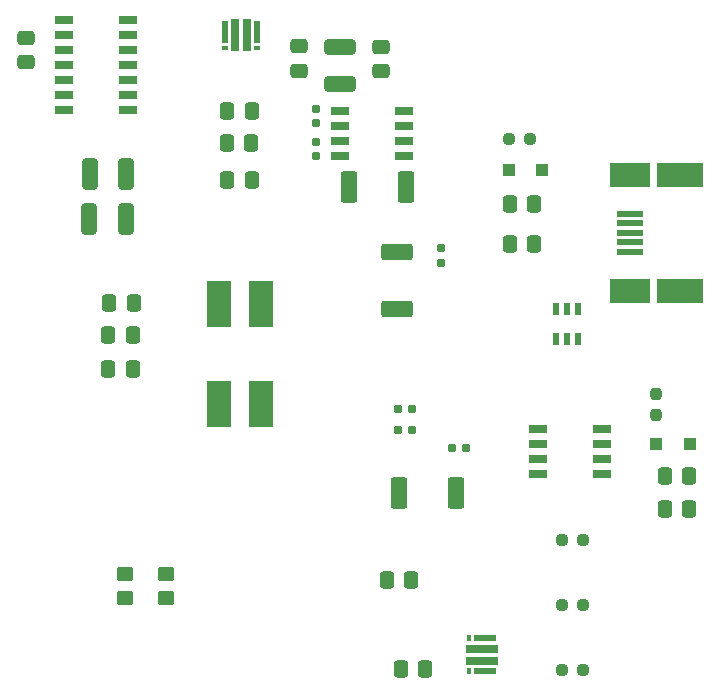
<source format=gbr>
%TF.GenerationSoftware,KiCad,Pcbnew,8.0.7*%
%TF.CreationDate,2025-05-08T16:31:26-05:00*%
%TF.ProjectId,OU_AIMNet_MPPT_v1.0,4f555f41-494d-44e6-9574-5f4d5050545f,rev?*%
%TF.SameCoordinates,Original*%
%TF.FileFunction,Paste,Bot*%
%TF.FilePolarity,Positive*%
%FSLAX46Y46*%
G04 Gerber Fmt 4.6, Leading zero omitted, Abs format (unit mm)*
G04 Created by KiCad (PCBNEW 8.0.7) date 2025-05-08 16:31:26*
%MOMM*%
%LPD*%
G01*
G04 APERTURE LIST*
G04 Aperture macros list*
%AMRoundRect*
0 Rectangle with rounded corners*
0 $1 Rounding radius*
0 $2 $3 $4 $5 $6 $7 $8 $9 X,Y pos of 4 corners*
0 Add a 4 corners polygon primitive as box body*
4,1,4,$2,$3,$4,$5,$6,$7,$8,$9,$2,$3,0*
0 Add four circle primitives for the rounded corners*
1,1,$1+$1,$2,$3*
1,1,$1+$1,$4,$5*
1,1,$1+$1,$6,$7*
1,1,$1+$1,$8,$9*
0 Add four rect primitives between the rounded corners*
20,1,$1+$1,$2,$3,$4,$5,0*
20,1,$1+$1,$4,$5,$6,$7,0*
20,1,$1+$1,$6,$7,$8,$9,0*
20,1,$1+$1,$8,$9,$2,$3,0*%
G04 Aperture macros list end*
%ADD10RoundRect,0.250000X0.337500X0.475000X-0.337500X0.475000X-0.337500X-0.475000X0.337500X-0.475000X0*%
%ADD11RoundRect,0.250000X-0.400000X-1.075000X0.400000X-1.075000X0.400000X1.075000X-0.400000X1.075000X0*%
%ADD12R,1.528000X0.650000*%
%ADD13RoundRect,0.249999X0.450001X1.075001X-0.450001X1.075001X-0.450001X-1.075001X0.450001X-1.075001X0*%
%ADD14RoundRect,0.160000X-0.160000X0.197500X-0.160000X-0.197500X0.160000X-0.197500X0.160000X0.197500X0*%
%ADD15RoundRect,0.160000X-0.197500X-0.160000X0.197500X-0.160000X0.197500X0.160000X-0.197500X0.160000X0*%
%ADD16RoundRect,0.250000X0.450000X-0.350000X0.450000X0.350000X-0.450000X0.350000X-0.450000X-0.350000X0*%
%ADD17RoundRect,0.237500X0.250000X0.237500X-0.250000X0.237500X-0.250000X-0.237500X0.250000X-0.237500X0*%
%ADD18RoundRect,0.249999X1.075001X-0.450001X1.075001X0.450001X-1.075001X0.450001X-1.075001X-0.450001X0*%
%ADD19R,0.550000X1.050000*%
%ADD20R,1.550000X0.650000*%
%ADD21RoundRect,0.250000X0.475000X-0.337500X0.475000X0.337500X-0.475000X0.337500X-0.475000X-0.337500X0*%
%ADD22RoundRect,0.250000X-0.450000X0.350000X-0.450000X-0.350000X0.450000X-0.350000X0.450000X0.350000X0*%
%ADD23RoundRect,0.250000X-0.337500X-0.475000X0.337500X-0.475000X0.337500X0.475000X-0.337500X0.475000X0*%
%ADD24R,2.000000X4.000000*%
%ADD25RoundRect,0.250000X-0.300000X-0.300000X0.300000X-0.300000X0.300000X0.300000X-0.300000X0.300000X0*%
%ADD26RoundRect,0.250000X-0.475000X0.337500X-0.475000X-0.337500X0.475000X-0.337500X0.475000X0.337500X0*%
%ADD27RoundRect,0.160000X0.160000X-0.197500X0.160000X0.197500X-0.160000X0.197500X-0.160000X-0.197500X0*%
%ADD28R,0.420000X0.550000*%
%ADD29R,1.920000X0.550000*%
%ADD30R,2.700000X0.790000*%
%ADD31R,0.550000X0.420000*%
%ADD32R,0.550000X1.920000*%
%ADD33R,0.790000X2.700000*%
%ADD34RoundRect,0.237500X-0.237500X0.250000X-0.237500X-0.250000X0.237500X-0.250000X0.237500X0.250000X0*%
%ADD35RoundRect,0.250000X-1.075000X0.400000X-1.075000X-0.400000X1.075000X-0.400000X1.075000X0.400000X0*%
%ADD36R,2.250000X0.500000*%
%ADD37R,3.500000X2.050000*%
%ADD38R,4.000000X2.050000*%
G04 APERTURE END LIST*
D10*
%TO.C,C35*%
X240437500Y-170000000D03*
X238362500Y-170000000D03*
%TD*%
%TO.C,C27*%
X215675000Y-141700000D03*
X213600000Y-141700000D03*
%TD*%
D11*
%TO.C,R26*%
X212000000Y-128100000D03*
X215100000Y-128100000D03*
%TD*%
D10*
%TO.C,C30*%
X225737500Y-122800000D03*
X223662500Y-122800000D03*
%TD*%
%TO.C,C29*%
X225737500Y-128600000D03*
X223662500Y-128600000D03*
%TD*%
D11*
%TO.C,R25*%
X211950000Y-131900000D03*
X215050000Y-131900000D03*
%TD*%
D10*
%TO.C,C28*%
X225712500Y-125500000D03*
X223637500Y-125500000D03*
%TD*%
%TO.C,C37*%
X215737500Y-139000000D03*
X213662500Y-139000000D03*
%TD*%
D12*
%TO.C,U2*%
X249989000Y-153505000D03*
X249989000Y-152235000D03*
X249989000Y-150965000D03*
X249989000Y-149695000D03*
X255411000Y-149695000D03*
X255411000Y-150965000D03*
X255411000Y-152235000D03*
X255411000Y-153505000D03*
%TD*%
D13*
%TO.C,R30*%
X243000000Y-155100000D03*
X238200000Y-155100000D03*
%TD*%
D14*
%TO.C,R18*%
X231200000Y-122605000D03*
X231200000Y-123800000D03*
%TD*%
D15*
%TO.C,R20*%
X238105000Y-148000000D03*
X239300000Y-148000000D03*
%TD*%
D16*
%TO.C,R35*%
X215000000Y-164000000D03*
X215000000Y-162000000D03*
%TD*%
D10*
%TO.C,C38*%
X215675000Y-144600000D03*
X213600000Y-144600000D03*
%TD*%
D17*
%TO.C,R22*%
X249325000Y-125100000D03*
X247500000Y-125100000D03*
%TD*%
D18*
%TO.C,R17*%
X238000000Y-139500000D03*
X238000000Y-134700000D03*
%TD*%
D14*
%TO.C,R21*%
X241800000Y-134400000D03*
X241800000Y-135595000D03*
%TD*%
D19*
%TO.C,D3*%
X253400000Y-142100000D03*
X252450000Y-142100000D03*
X251500000Y-142100000D03*
X251500000Y-139500000D03*
X252450000Y-139500000D03*
X253400000Y-139500000D03*
%TD*%
D20*
%TO.C,U1*%
X215250000Y-115100000D03*
X215250000Y-116370000D03*
X215250000Y-117640000D03*
X215250000Y-118910000D03*
X215250000Y-120180000D03*
X215250000Y-121450000D03*
X215250000Y-122720000D03*
X209800000Y-122720000D03*
X209800000Y-121450000D03*
X209800000Y-120180000D03*
X209800000Y-118910000D03*
X209800000Y-117640000D03*
X209800000Y-116370000D03*
X209800000Y-115100000D03*
%TD*%
D17*
%TO.C,R33*%
X253800000Y-159100000D03*
X251975000Y-159100000D03*
%TD*%
D21*
%TO.C,C25*%
X229700000Y-119337500D03*
X229700000Y-117262500D03*
%TD*%
D22*
%TO.C,R34*%
X218500000Y-162000000D03*
X218500000Y-164000000D03*
%TD*%
D23*
%TO.C,C23*%
X260682500Y-156500000D03*
X262757500Y-156500000D03*
%TD*%
D24*
%TO.C,L2*%
X226500000Y-147600000D03*
X223000000Y-147600000D03*
X223000000Y-139100000D03*
X226500000Y-139100000D03*
%TD*%
D12*
%TO.C,U4*%
X233189000Y-126605000D03*
X233189000Y-125335000D03*
X233189000Y-124065000D03*
X233189000Y-122795000D03*
X238611000Y-122795000D03*
X238611000Y-124065000D03*
X238611000Y-125335000D03*
X238611000Y-126605000D03*
%TD*%
D15*
%TO.C,R27*%
X242702500Y-151300000D03*
X243897500Y-151300000D03*
%TD*%
D25*
%TO.C,D4*%
X247500000Y-127800000D03*
X250300000Y-127800000D03*
%TD*%
D26*
%TO.C,C26*%
X206600000Y-116562500D03*
X206600000Y-118637500D03*
%TD*%
D21*
%TO.C,C24*%
X236700000Y-119400000D03*
X236700000Y-117325000D03*
%TD*%
D27*
%TO.C,R19*%
X231200000Y-126600000D03*
X231200000Y-125405000D03*
%TD*%
D28*
%TO.C,Q2*%
X244163000Y-167425000D03*
D29*
X245488000Y-167425000D03*
X245463000Y-170175000D03*
D28*
X244163000Y-170175000D03*
D30*
X245200000Y-169325000D03*
X245200000Y-168275000D03*
%TD*%
D15*
%TO.C,R28*%
X238102500Y-149800000D03*
X239297500Y-149800000D03*
%TD*%
D23*
%TO.C,C34*%
X237162500Y-162500000D03*
X239237500Y-162500000D03*
%TD*%
D31*
%TO.C,Q1*%
X223450000Y-117400000D03*
D32*
X223450000Y-116075000D03*
X226200000Y-116100000D03*
D31*
X226200000Y-117400000D03*
D33*
X225350000Y-116363000D03*
X224300000Y-116363000D03*
%TD*%
D34*
%TO.C,R23*%
X260000000Y-146687500D03*
X260000000Y-148512500D03*
%TD*%
D25*
%TO.C,D5*%
X260000000Y-151000000D03*
X262800000Y-151000000D03*
%TD*%
D23*
%TO.C,C22*%
X260682500Y-153700000D03*
X262757500Y-153700000D03*
%TD*%
%TO.C,C20*%
X247562500Y-130600000D03*
X249637500Y-130600000D03*
%TD*%
D35*
%TO.C,R24*%
X233200000Y-117350000D03*
X233200000Y-120450000D03*
%TD*%
D23*
%TO.C,C21*%
X247562500Y-134000000D03*
X249637500Y-134000000D03*
%TD*%
D13*
%TO.C,R16*%
X238800000Y-129200000D03*
X234000000Y-129200000D03*
%TD*%
D17*
%TO.C,R32*%
X253800000Y-170100000D03*
X251975000Y-170100000D03*
%TD*%
%TO.C,R31*%
X253800000Y-164600000D03*
X251975000Y-164600000D03*
%TD*%
D36*
%TO.C,J4*%
X257775000Y-131475000D03*
X257775000Y-132275000D03*
X257775000Y-133075000D03*
X257775000Y-133875000D03*
X257775000Y-134675000D03*
D37*
X257750000Y-128150000D03*
D38*
X262000000Y-128150000D03*
X262000000Y-138000000D03*
D37*
X257750000Y-138000000D03*
%TD*%
M02*

</source>
